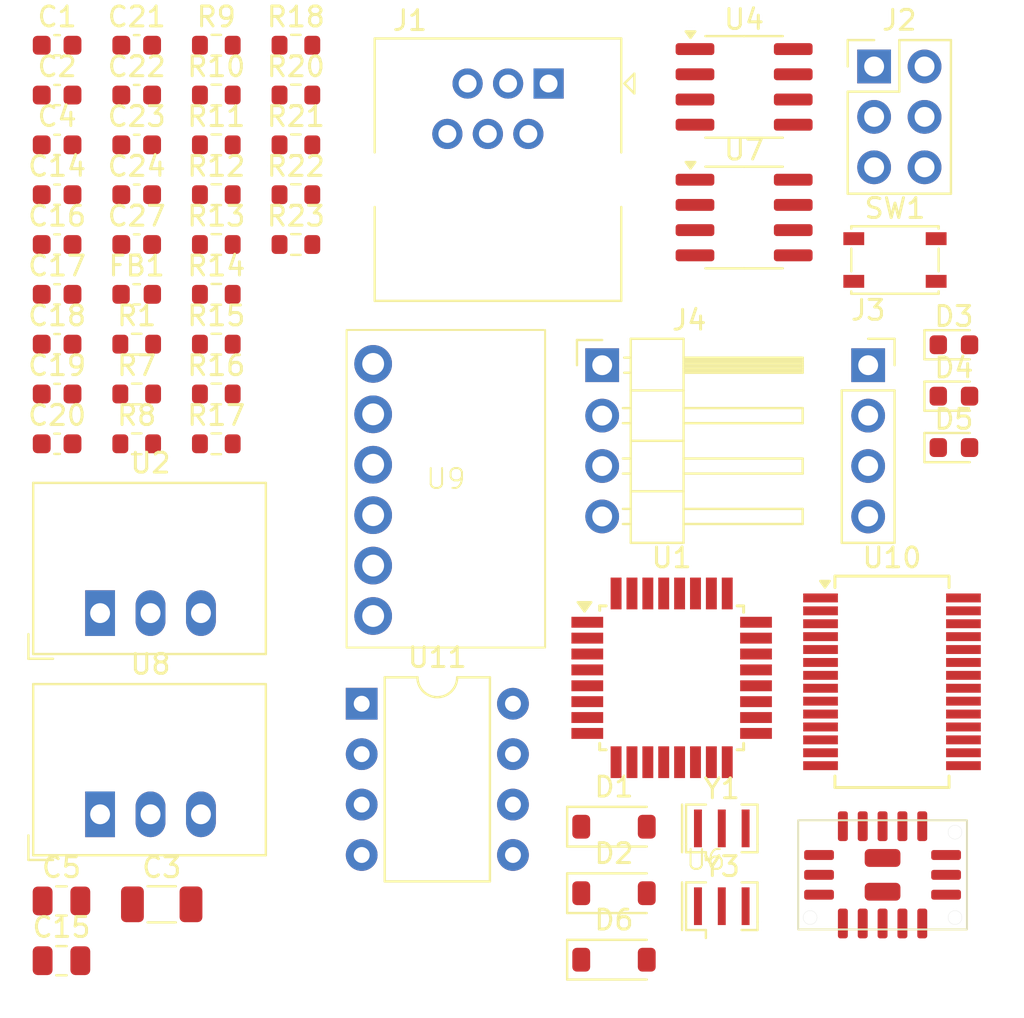
<source format=kicad_pcb>
(kicad_pcb (version 20240108) (generator "pcbnew") (generator_version "8.0")
  (layers (0 "F.Cu" signal) (31 "B.Cu" signal) (34 "B.Paste" user) (35 "F.Paste" user) (36 "B.SilkS" user "B.Silkscreen") (37 "F.SilkS" user "F.Silkscreen") (38 "B.Mask" user) (39 "F.Mask" user) (44 "Edge.Cuts" user))
  (net 0 "")
  (net 1 "Net-(U1-AREF)")
  (net 2 "GND")
  (net 3 "Net-(U1-VCC)")
  (net 4 "Net-(D1-K)")
  (net 5 "+5V")
  (net 6 "Net-(U4-VDD3V3)")
  (net 7 "GND1")
  (net 8 "Net-(U7-VDD3V3)")
  (net 9 "+3V3")
  (net 10 "Net-(U10-VDDA)")
  (net 11 "Net-(D1-A)")
  (net 12 "SCK")
  (net 13 "Net-(D3-K)")
  (net 14 "Net-(D4-K)")
  (net 15 "ERR")
  (net 16 "Net-(D5-K)")
  (net 18 "CANL")
  (net 19 "CANH")
  (net 21 "MISO")
  (net 22 "MOSI")
  (net 23 "RST")
  (net 24 "SDA1")
  (net 25 "SCL1")
  (net 26 "SCL2")
  (net 27 "SDA2")
  (net 28 "Net-(U1-~{RESET}{slash}PC6)")
  (net 29 "Net-(U10-STBY)")
  (net 30 "Net-(U10-~{RESET})")
  (net 31 "SCL0")
  (net 32 "SDA0")
  (net 38 "INT")
  (net 39 "CS")
  (net 44 "Net-(U1-XTAL2{slash}PB7)")
  (net 47 "Net-(U1-XTAL1{slash}PB6)")
  (net 61 "Net-(U10-TXD)")
  (net 69 "Net-(U10-OSC2)")
  (net 70 "Net-(U10-RXD)")
  (net 71 "Net-(U10-OSC1)")
  (footprint "Capacitor_SMD:C_0805_2012Metric" (layer "F.Cu") (at 80.335 60.785)
    (property "Reference" "C5" (at 0 -1.68 0) (layer "F.SilkS"))
    (property "Value" "1u")
    (pad "1" smd roundrect (at -0.95 0) (size 1 1.45) (layers "F.Cu" "F.Paste" "F.Mask") (net 6 "Net-(U4-VDD3V3)"))
    (pad "2" smd roundrect (at 0.95 0) (size 1 1.45) (layers "F.Cu" "F.Paste" "F.Mask") (net 2 "GND"))
  )
  (footprint "Crystal:Resonator_SMD_Murata_CSTxExxV-3Pin_3.0x1.1mm" (layer "F.Cu") (at 113.6 61.05)
    (property "Reference" "Y3" (at 0 -2 0) (layer "F.SilkS"))
    (property "Value" "16MHz")
    (pad "1" smd rect (at -1.2 0) (size 0.4 1.9) (layers "F.Cu" "F.Paste" "F.Mask") (net 71 "Net-(U10-OSC1)"))
    (pad "2" smd rect (at 0 0) (size 0.4 1.9) (layers "F.Cu" "F.Paste" "F.Mask") (net 2 "GND"))
    (pad "3" smd rect (at 1.2 0) (size 0.4 1.9) (layers "F.Cu" "F.Paste" "F.Mask") (net 69 "Net-(U10-OSC2)"))
  )
  (footprint "Converter_DCDC:Converter_DCDC_RECOM_R-78E-0.5_THT" (layer "F.Cu") (at 82.281 46.285)
    (property "Reference" "U2" (at 2.54 -7.56 0) (layer "F.SilkS"))
    (property "Value" "R-78E5.0-0.5")
    (pad "1" thru_hole rect (at 0 0) (size 1.5 2.3) (drill 1) (layers "*.Cu" "*.Mask") (net 4 "Net-(D1-K)"))
    (pad "2" thru_hole oval (at 2.54 0) (size 1.5 2.3) (drill 1) (layers "*.Cu" "*.Mask") (net 2 "GND"))
    (pad "3" thru_hole oval (at 5.08 0) (size 1.5 2.3) (drill 1) (layers "*.Cu" "*.Mask") (net 5 "+5V"))
  )
  (footprint "Capacitor_SMD:C_0603_1608Metric" (layer "F.Cu") (at 80.115 20.185)
    (property "Reference" "C2" (at 0 -1.43 0) (layer "F.SilkS"))
    (property "Value" "1u")
    (pad "1" smd roundrect (at -0.775 0) (size 0.9 0.95) (layers "F.Cu" "F.Paste" "F.Mask") (net 2 "GND"))
    (pad "2" smd roundrect (at 0.775 0) (size 0.9 0.95) (layers "F.Cu" "F.Paste" "F.Mask") (net 3 "Net-(U1-VCC)"))
  )
  (footprint "Package_SO:SOIC-8_3.9x4.9mm_P1.27mm" (layer "F.Cu") (at 114.725 26.355)
    (property "Reference" "U7" (at 0 -3.4 0) (layer "F.SilkS"))
    (property "Value" "SLIP")
    (pad "1" smd roundrect (at -2.475 -1.905) (size 1.95 0.6) (layers "F.Cu" "F.Paste" "F.Mask") (net 5 "+5V"))
    (pad "2" smd roundrect (at -2.475 -0.635) (size 1.95 0.6) (layers "F.Cu" "F.Paste" "F.Mask") (net 8 "Net-(U7-VDD3V3)"))
    (pad "3" smd roundrect (at -2.475 0.635) (size 1.95 0.6) (layers "F.Cu" "F.Paste" "F.Mask"))
    (pad "4" smd roundrect (at -2.475 1.905) (size 1.95 0.6) (layers "F.Cu" "F.Paste" "F.Mask") (net 7 "GND1"))
    (pad "5" smd roundrect (at 2.475 1.905) (size 1.95 0.6) (layers "F.Cu" "F.Paste" "F.Mask") (net 7 "GND1"))
    (pad "6" smd roundrect (at 2.475 0.635) (size 1.95 0.6) (layers "F.Cu" "F.Paste" "F.Mask") (net 27 "SDA2"))
    (pad "7" smd roundrect (at 2.475 -0.635) (size 1.95 0.6) (layers "F.Cu" "F.Paste" "F.Mask") (net 26 "SCL2"))
    (pad "8" smd roundrect (at 2.475 -1.905) (size 1.95 0.6) (layers "F.Cu" "F.Paste" "F.Mask") (net 7 "GND1"))
  )
  (footprint "Capacitor_SMD:C_0603_1608Metric" (layer "F.Cu") (at 80.115 30.225)
    (property "Reference" "C17" (at 0 -1.43 0) (layer "F.SilkS"))
    (property "Value" "1u")
    (pad "1" smd roundrect (at -0.775 0) (size 0.9 0.95) (layers "F.Cu" "F.Paste" "F.Mask") (net 2 "GND"))
    (pad "2" smd roundrect (at 0.775 0) (size 0.9 0.95) (layers "F.Cu" "F.Paste" "F.Mask") (net 5 "+5V"))
  )
  (footprint "Connector_PinHeader_2.54mm:PinHeader_1x04_P2.54mm_Horizontal" (layer "F.Cu") (at 107.575 33.795)
    (property "Reference" "J4" (at 4.385 -2.27 0) (layer "F.SilkS"))
    (property "Value" "Conn_01x04_Pin")
    (pad "1" thru_hole rect (at 0 0) (size 1.7 1.7) (drill 1) (layers "*.Cu" "*.Mask") (net 2 "GND"))
    (pad "2" thru_hole oval (at 0 2.54) (size 1.7 1.7) (drill 1) (layers "*.Cu" "*.Mask") (net 26 "SCL2"))
    (pad "3" thru_hole oval (at 0 5.08) (size 1.7 1.7) (drill 1) (layers "*.Cu" "*.Mask") (net 27 "SDA2"))
    (pad "4" thru_hole oval (at 0 7.62) (size 1.7 1.7) (drill 1) (layers "*.Cu" "*.Mask") (net 5 "+5V"))
  )
  (footprint "Resistor_SMD:R_0603_1608Metric" (layer "F.Cu") (at 92.145 27.715)
    (property "Reference" "R23" (at 0 -1.43 0) (layer "F.SilkS"))
    (property "Value" "4.7k")
    (pad "1" smd roundrect (at -0.825 0) (size 0.8 0.95) (layers "F.Cu" "F.Paste" "F.Mask") (net 9 "+3V3"))
    (pad "2" smd roundrect (at 0.825 0) (size 0.8 0.95) (layers "F.Cu" "F.Paste" "F.Mask") (net 27 "SDA2"))
  )
  (footprint "KUBTSS:BME280" (layer "F.Cu") (at 99.7 40.02)
    (property "Reference" "U9" (at 0 -0.5 0) (layer "F.SilkS") (effects (font (thickness 0.1))))
    (property "Value" "BME280")
    (pad "1" thru_hole circle (at -3.663 -6.29) (size 1.9 1.9) (drill 1.1) (layers "*.Cu" "*.Mask") (net 9 "+3V3"))
    (pad "2" thru_hole circle (at -3.663 -3.75) (size 1.9 1.9) (drill 1.1) (layers "*.Cu" "*.Mask") (net 2 "GND"))
    (pad "3" thru_hole circle (at -3.663 -1.21) (size 1.9 1.9) (drill 1.1) (layers "*.Cu" "*.Mask") (net 9 "+3V3"))
    (pad "4" thru_hole circle (at -3.663 1.33) (size 1.9 1.9) (drill 1.1) (layers "*.Cu" "*.Mask") (net 27 "SDA2"))
    (pad "5" thru_hole circle (at -3.663 3.87) (size 1.9 1.9) (drill 1.1) (layers "*.Cu" "*.Mask") (net 2 "GND"))
    (pad "6" thru_hole circle (at -3.663 6.41) (size 1.9 1.9) (drill 1.1) (layers "*.Cu" "*.Mask") (net 26 "SCL2"))
  )
  (footprint "Connector_RJ:RJ25_Wayconn_MJEA-660X1_Horizontal" (layer "F.Cu") (at 104.875 19.605)
    (property "Reference" "J1" (at -6.985 -3.175 0) (layer "F.SilkS"))
    (property "Value" "RJ25")
    (pad "" np_thru_hole circle (at -8.55 4.84) (size 2.3 2.3) (drill 2.3) (layers "*.Cu" "*.Mask"))
    (pad "" np_thru_hole circle (at 3.45 4.84) (size 2.3 2.3) (drill 2.3) (layers "*.Cu" "*.Mask"))
    (pad "1" thru_hole rect (at 0 0) (size 1.52 1.52) (drill 0.9) (layers "*.Cu" "*.Mask"))
    (pad "2" thru_hole circle (at -1.02 2.54) (size 1.52 1.52) (drill 0.9) (layers "*.Cu" "*.Mask") (net 2 "GND"))
    (pad "3" thru_hole circle (at -2.04 0) (size 1.52 1.52) (drill 0.9) (layers "*.Cu" "*.Mask") (net 18 "CANL"))
    (pad "4" thru_hole circle (at -3.06 2.54) (size 1.52 1.52) (drill 0.9) (layers "*.Cu" "*.Mask") (net 19 "CANH"))
    (pad "5" thru_hole circle (at -4.08 0) (size 1.52 1.52) (drill 0.9) (layers "*.Cu" "*.Mask") (net 11 "Net-(D1-A)"))
    (pad "6" thru_hole circle (at -5.1 2.54) (size 1.52 1.52) (drill 0.9) (layers "*.Cu" "*.Mask"))
  )
  (footprint "Resistor_SMD:R_0603_1608Metric" (layer "F.Cu") (at 84.125 32.735)
    (property "Reference" "R1" (at 0 -1.43 0) (layer "F.SilkS"))
    (property "Value" "10k")
    (pad "1" smd roundrect (at -0.825 0) (size 0.8 0.95) (layers "F.Cu" "F.Paste" "F.Mask") (net 5 "+5V"))
    (pad "2" smd roundrect (at 0.825 0) (size 0.8 0.95) (layers "F.Cu" "F.Paste" "F.Mask") (net 23 "RST"))
  )
  (footprint "Capacitor_SMD:C_0603_1608Metric" (layer "F.Cu") (at 80.115 37.755)
    (property "Reference" "C20" (at 0 -1.43 0) (layer "F.SilkS"))
    (property "Value" "0.1u")
    (pad "1" smd roundrect (at -0.775 0) (size 0.9 0.95) (layers "F.Cu" "F.Paste" "F.Mask") (net 5 "+5V"))
    (pad "2" smd roundrect (at 0.775 0) (size 0.9 0.95) (layers "F.Cu" "F.Paste" "F.Mask") (net 2 "GND"))
  )
  (footprint "Capacitor_SMD:C_0603_1608Metric" (layer "F.Cu") (at 80.115 35.245)
    (property "Reference" "C19" (at 0 -1.43 0) (layer "F.SilkS"))
    (property "Value" "1u")
    (pad "1" smd roundrect (at -0.775 0) (size 0.9 0.95) (layers "F.Cu" "F.Paste" "F.Mask") (net 5 "+5V"))
    (pad "2" smd roundrect (at 0.775 0) (size 0.9 0.95) (layers "F.Cu" "F.Paste" "F.Mask") (net 2 "GND"))
  )
  (footprint "LED_SMD:LED_0603_1608Metric" (layer "F.Cu") (at 125.295 37.945)
    (property "Reference" "D5" (at 0 -1.43 0) (layer "F.SilkS"))
    (property "Value" "ERR")
    (pad "1" smd roundrect (at -0.7875 0) (size 0.875 0.95) (layers "F.Cu" "F.Paste" "F.Mask") (net 16 "Net-(D5-K)"))
    (pad "2" smd roundrect (at 0.7875 0) (size 0.875 0.95) (layers "F.Cu" "F.Paste" "F.Mask") (net 15 "ERR"))
  )
  (footprint "Diode_SMD:D_SOD-123" (layer "F.Cu") (at 108.17 57.045)
    (property "Reference" "D1" (at 0 -2 0) (layer "F.SilkS"))
    (property "Value" "RB160M")
    (pad "1" smd roundrect (at -1.65 0) (size 0.9 1.2) (layers "F.Cu" "F.Paste" "F.Mask") (net 4 "Net-(D1-K)"))
    (pad "2" smd roundrect (at 1.65 0) (size 0.9 1.2) (layers "F.Cu" "F.Paste" "F.Mask") (net 11 "Net-(D1-A)"))
  )
  (footprint "Package_SO:SSOP-28_5.3x10.2mm_P0.65mm" (layer "F.Cu") (at 122.175 49.745)
    (property "Reference" "U10" (at 0 -6.25 0) (layer "F.SilkS"))
    (property "Value" "MCP25625-x-SS")
    (pad "1" smd rect (at -3.6 -4.225) (size 1.75 0.45) (layers "F.Cu" "F.Paste" "F.Mask") (net 9 "+3V3"))
    (pad "2" smd rect (at -3.6 -3.575) (size 1.75 0.45) (layers "F.Cu" "F.Paste" "F.Mask"))
    (pad "3" smd rect (at -3.6 -2.925) (size 1.75 0.45) (layers "F.Cu" "F.Paste" "F.Mask") (net 18 "CANL"))
    (pad "4" smd rect (at -3.6 -2.275) (size 1.75 0.45) (layers "F.Cu" "F.Paste" "F.Mask") (net 19 "CANH"))
    (pad "5" smd rect (at -3.6 -1.625) (size 1.75 0.45) (layers "F.Cu" "F.Paste" "F.Mask") (net 29 "Net-(U10-STBY)"))
    (pad "6" smd rect (at -3.6 -0.975) (size 1.75 0.45) (layers "F.Cu" "F.Paste" "F.Mask"))
    (pad "7" smd rect (at -3.6 -0.325) (size 1.75 0.45) (layers "F.Cu" "F.Paste" "F.Mask"))
    (pad "8" smd rect (at -3.6 0.325) (size 1.75 0.45) (layers "F.Cu" "F.Paste" "F.Mask") (net 69 "Net-(U10-OSC2)"))
    (pad "9" smd rect (at -3.6 0.975) (size 1.75 0.45) (layers "F.Cu" "F.Paste" "F.Mask") (net 71 "Net-(U10-OSC1)"))
    (pad "10" smd rect (at -3.6 1.625) (size 1.75 0.45) (layers "F.Cu" "F.Paste" "F.Mask") (net 2 "GND"))
    (pad "11" smd rect (at -3.6 2.275) (size 1.75 0.45) (layers "F.Cu" "F.Paste" "F.Mask"))
    (pad "12" smd rect (at -3.6 2.925) (size 1.75 0.45) (layers "F.Cu" "F.Paste" "F.Mask"))
    (pad "13" smd rect (at -3.6 3.575) (size 1.75 0.45) (layers "F.Cu" "F.Paste" "F.Mask") (net 38 "INT"))
    (pad "14" smd rect (at -3.6 4.225) (size 1.75 0.45) (layers "F.Cu" "F.Paste" "F.Mask") (net 12 "SCK"))
    (pad "15" smd rect (at 3.6 4.225) (size 1.75 0.45) (layers "F.Cu" "F.Paste" "F.Mask") (net 22 "MOSI"))
    (pad "16" smd rect (at 3.6 3.575) (size 1.75 0.45) (layers "F.Cu" "F.Paste" "F.Mask") (net 21 "MISO"))
    (pad "17" smd rect (at 3.6 2.925) (size 1.75 0.45) (layers "F.Cu" "F.Paste" "F.Mask") (net 39 "CS"))
    (pad "18" smd rect (at 3.6 2.275) (size 1.75 0.45) (layers "F.Cu" "F.Paste" "F.Mask") (net 30 "Net-(U10-~{RESET})"))
    (pad "19" smd rect (at 3.6 1.625) (size 1.75 0.45) (layers "F.Cu" "F.Paste" "F.Mask") (net 5 "+5V"))
    (pad "20" smd rect (at 3.6 0.975) (size 1.75 0.45) (layers "F.Cu" "F.Paste" "F.Mask") (net 61 "Net-(U10-TXD)"))
    (pad "21" smd rect (at 3.6 0.325) (size 1.75 0.45) (layers "F.Cu" "F.Paste" "F.Mask") (net 70 "Net-(U10-RXD)"))
    (pad "22" smd rect (at 3.6 -0.325) (size 1.75 0.45) (layers "F.Cu" "F.Paste" "F.Mask"))
    (pad "23" smd rect (at 3.6 -0.975) (size 1.75 0.45) (layers "F.Cu" "F.Paste" "F.Mask"))
    (pad "24" smd rect (at 3.6 -1.625) (size 1.75 0.45) (layers "F.Cu" "F.Paste" "F.Mask") (net 61 "Net-(U10-TXD)"))
    (pad "25" smd rect (at 3.6 -2.275) (size 1.75 0.45) (layers "F.Cu" "F.Paste" "F.Mask"))
    (pad "26" smd rect (at 3.6 -2.925) (size 1.75 0.45) (layers "F.Cu" "F.Paste" "F.Mask"))
    (pad "27" smd rect (at 3.6 -3.575) (size 1.75 0.45) (layers "F.Cu" "F.Paste" "F.Mask") (net 10 "Net-(U10-VDDA)"))
    (pad "28" smd rect (at 3.6 -4.225) (size 1.75 0.45) (layers "F.Cu" "F.Paste" "F.Mask") (net 70 "Net-(U10-RXD)"))
  )
  (footprint "Resistor_SMD:R_0603_1608Metric" (layer "F.Cu") (at 88.135 17.675)
    (property "Reference" "R9" (at 0 -1.43 0) (layer "F.SilkS"))
    (property "Value" "120")
    (pad "1" smd roundrect (at -0.825 0) (size 0.8 0.95) (layers "F.Cu" "F.Paste" "F.Mask") (net 19 "CANH"))
    (pad "2" smd roundrect (at 0.825 0) (size 0.8 0.95) (layers "F.Cu" "F.Paste" "F.Mask") (net 18 "CANL"))
  )
  (footprint "Capacitor_SMD:C_0603_1608Metric" (layer "F.Cu") (at 80.115 25.205)
    (property "Reference" "C14" (at 0 -1.43 0) (layer "F.SilkS"))
    (property "Value" "0.1u")
    (pad "1" smd roundrect (at -0.775 0) (size 0.9 0.95) (layers "F.Cu" "F.Paste" "F.Mask") (net 5 "+5V"))
    (pad "2" smd roundrect (at 0.775 0) (size 0.9 0.95) (layers "F.Cu" "F.Paste" "F.Mask") (net 7 "GND1"))
  )
  (footprint "Resistor_SMD:R_0603_1608Metric" (layer "F.Cu") (at 88.135 22.695)
    (property "Reference" "R11" (at 0 -1.43 0) (layer "F.SilkS"))
    (property "Value" "4.7k")
    (pad "1" smd roundrect (at -0.825 0) (size 0.8 0.95) (layers "F.Cu" "F.Paste" "F.Mask") (net 5 "+5V"))
    (pad "2" smd roundrect (at 0.825 0) (size 0.8 0.95) (layers "F.Cu" "F.Paste" "F.Mask") (net 27 "SDA2"))
  )
  (footprint "Capacitor_SMD:C_0603_1608Metric" (layer "F.Cu") (at 80.115 17.675)
    (property "Reference" "C1" (at 0 -1.43 0) (layer "F.SilkS"))
    (property "Value" "0.1u")
    (pad "1" smd roundrect (at -0.775 0) (size 0.9 0.95) (layers "F.Cu" "F.Paste" "F.Mask") (net 1 "Net-(U1-AREF)"))
    (pad "2" smd roundrect (at 0.775 0) (size 0.9 0.95) (layers "F.Cu" "F.Paste" "F.Mask") (net 2 "GND"))
  )
  (footprint "LED_SMD:LED_0603_1608Metric" (layer "F.Cu") (at 125.295 32.765)
    (property "Reference" "D3" (at 0 -1.43 0) (layer "F.SilkS"))
    (property "Value" "CLK")
    (pad "1" smd roundrect (at -0.7875 0) (size 0.875 0.95) (layers "F.Cu" "F.Paste" "F.Mask") (net 13 "Net-(D3-K)"))
    (pad "2" smd roundrect (at 0.7875 0) (size 0.875 0.95) (layers "F.Cu" "F.Paste" "F.Mask") (net 12 "SCK"))
  )
  (footprint "Resistor_SMD:R_0603_1608Metric" (layer "F.Cu") (at 92.145 25.205)
    (property "Reference" "R22" (at 0 -1.43 0) (layer "F.SilkS"))
    (property "Value" "4.7k")
    (pad "1" smd roundrect (at -0.825 0) (size 0.8 0.95) (layers "F.Cu" "F.Paste" "F.Mask") (net 9 "+3V3"))
    (pad "2" smd roundrect (at 0.825 0) (size 0.8 0.95) (layers "F.Cu" "F.Paste" "F.Mask") (net 26 "SCL2"))
  )
  (footprint "Diode_SMD:D_SOD-123" (layer "F.Cu") (at 108.17 60.395)
    (property "Reference" "D2" (at 0 -2 0) (layer "F.SilkS"))
    (property "Value" "RB160M")
    (pad "1" smd roundrect (at -1.65 0) (size 0.9 1.2) (layers "F.Cu" "F.Paste" "F.Mask") (net 4 "Net-(D1-K)"))
    (pad "2" smd roundrect (at 1.65 0) (size 0.9 1.2) (layers "F.Cu" "F.Paste" "F.Mask") (net 5 "+5V"))
  )
  (footprint "Resistor_SMD:R_0603_1608Metric" (layer "F.Cu") (at 92.145 22.695)
    (property "Reference" "R21" (at 0 -1.43 0) (layer "F.SilkS"))
    (property "Value" "4.7k")
    (pad "1" smd roundrect (at -0.825 0) (size 0.8 0.95) (layers "F.Cu" "F.Paste" "F.Mask") (net 5 "+5V"))
    (pad "2" smd roundrect (at 0.825 0) (size 0.8 0.95) (layers "F.Cu" "F.Paste" "F.Mask") (net 32 "SDA0"))
  )
  (footprint "Capacitor_SMD:C_0603_1608Metric" (layer "F.Cu") (at 84.125 27.715)
    (property "Reference" "C27" (at 0 -1.43 0) (layer "F.SilkS"))
    (property "Value" "100n")
    (pad "1" smd roundrect (at -0.775 0) (size 0.9 0.95) (layers "F.Cu" "F.Paste" "F.Mask") (net 2 "GND"))
    (pad "2" smd roundrect (at 0.775 0) (size 0.9 0.95) (layers "F.Cu" "F.Paste" "F.Mask") (net 5 "+5V"))
  )
  (footprint "Capacitor_SMD:C_0603_1608Metric" (layer "F.Cu") (at 84.125 17.675)
    (property "Reference" "C21" (at 0 -1.43 0) (layer "F.SilkS"))
    (property "Value" "1u")
    (pad "1" smd roundrect (at -0.775 0) (size 0.9 0.95) (layers "F.Cu" "F.Paste" "F.Mask") (net 9 "+3V3"))
    (pad "2" smd roundrect (at 0.775 0) (size 0.9 0.95) (layers "F.Cu" "F.Paste" "F.Mask") (net 2 "GND"))
  )
  (footprint "Capacitor_SMD:C_0603_1608Metric" (layer "F.Cu") (at 80.115 22.695)
    (property "Reference" "C4" (at 0 -1.43 0) (layer "F.SilkS"))
    (property "Value" "0.1u")
    (pad "1" smd roundrect (at -0.775 0) (size 0.9 0.95) (layers "F.Cu" "F.Paste" "F.Mask") (net 5 "+5V"))
    (pad "2" smd roundrect (at 0.775 0) (size 0.9 0.95) (layers "F.Cu" "F.Paste" "F.Mask") (net 2 "GND"))
  )
  (footprint "Package_QFP:TQFP-32_7x7mm_P0.8mm" (layer "F.Cu") (at 111.075 49.545)
    (property "Reference" "U1" (at 0 -6.05 0) (layer "F.SilkS"))
    (property "Value" "ATmega328PB-A")
    (pad "1" smd rect (at -4.25 -2.8) (size 1.6 0.55) (layers "F.Cu" "F.Paste" "F.Mask") (net 38 "INT"))
    (pad "2" smd rect (at -4.25 -2) (size 1.6 0.55) (layers "F.Cu" "F.Paste" "F.Mask"))
    (pad "3" smd rect (at -4.25 -1.2) (size 1.6 0.55) (layers "F.Cu" "F.Paste" "F.Mask") (net 24 "SDA1"))
    (pad "4" smd rect (at -4.25 -0.4) (size 1.6 0.55) (layers "F.Cu" "F.Paste" "F.Mask") (net 3 "Net-(U1-VCC)"))
    (pad "5" smd rect (at -4.25 0.4) (size 1.6 0.55) (layers "F.Cu" "F.Paste" "F.Mask") (net 2 "GND"))
    (pad "6" smd rect (at -4.25 1.2) (size 1.6 0.55) (layers "F.Cu" "F.Paste" "F.Mask") (net 25 "SCL1"))
    (pad "7" smd rect (at -4.25 2) (size 1.6 0.55) (layers "F.Cu" "F.Paste" "F.Mask") (net 47 "Net-(U1-XTAL1{slash}PB6)"))
    (pad "8" smd rect (at -4.25 2.8) (size 1.6 0.55) (layers "F.Cu" "F.Paste" "F.Mask") (net 44 "Net-(U1-XTAL2{slash}PB7)"))
    (pad "9" smd rect (at -2.8 4.25 90) (size 1.6 0.55) (layers "F.Cu" "F.Paste" "F.Mask"))
    (pad "10" smd rect (at -2 4.25 90) (size 1.6 0.55) (layers "F.Cu" "F.Paste" "F.Mask"))
    (pad "11" smd rect (at -1.2 4.25 90) (size 1.6 0.55) (layers "F.Cu" "F.Paste" "F.Mask") (net 15 "ERR"))
    (pad "12" smd rect (at -0.4 4.25 90) (size 1.6 0.55) (layers "F.Cu" "F.Paste" "F.Mask"))
    (pad "13" smd rect (at 0.4 4.25 90) (size 1.6 0.55) (layers "F.Cu" "F.Paste" "F.Mask"))
    (pad "14" smd rect (at 1.2 4.25 90) (size 1.6 0.55) (layers "F.Cu" "F.Paste" "F.Mask") (net 39 "CS"))
    (pad "15" smd rect (at 2 4.25 90) (size 1.6 0.55) (layers "F.Cu" "F.Paste" "F.Mask") (net 22 "MOSI"))
    (pad "16" smd rect (at 2.8 4.25 90) (size 1.6 0.55) (layers "F.Cu" "F.Paste" "F.Mask") (net 21 "MISO"))
    (pad "17" smd rect (at 4.25 2.8) (size 1.6 0.55) (layers "F.Cu" "F.Paste" "F.Mask") (net 12 "SCK"))
    (pad "18" smd rect (at 4.25 2) (size 1.6 0.55) (layers "F.Cu" "F.Paste" "F.Mask") (net 5 "+5V"))
    (pad "19" smd rect (at 4.25 1.2) (size 1.6 0.55) (layers "F.Cu" "F.Paste" "F.Mask"))
    (pad "20" smd rect (at 4.25 0.4) (size 1.6 0.55) (layers "F.Cu" "F.Paste" "F.Mask") (net 1 "Net-(U1-AREF)"))
    (pad "21" smd rect (at 4.25 -0.4) (size 1.6 0.55) (layers "F.Cu" "F.Paste" "F.Mask") (net 2 "GND"))
    (pad "22" smd rect (at 4.25 -1.2) (size 1.6 0.55) (layers "F.Cu" "F.Paste" "F.Mask"))
    (pad "23" smd rect (at 4.25 -2) (size 1.6 0.55) (layers "F.Cu" "F.Paste" "F.Mask"))
    (pad "24" smd rect (at 4.25 -2.8) (size 1.6 0.55) (layers "F.Cu" "F.Paste" "F.Mask"))
    (pad "25" smd rect (at 2.8 -4.25 90) (size 1.6 0.55) (layers "F.Cu" "F.Paste" "F.Mask"))
    (pad "26" smd rect (at 2 -4.25 90) (size 1.6 0.55) (layers "F.Cu" "F.Paste" "F.Mask"))
    (pad "27" smd rect (at 1.2 -4.25 90) (size 1.6 0.55) (layers "F.Cu" "F.Paste" "F.Mask") (net 32 "SDA0"))
    (pad "28" smd rect (at 0.4 -4.25 90) (size 1.6 0.55) (layers "F.Cu" "F.Paste" "F.Mask") (net 31 "SCL0"))
    (pad "29" smd rect (at -0.4 -4.25 90) (size 1.6 0.55) (layers "F.Cu" "F.Paste" "F.Mask") (net 28 "Net-(U1-~{RESET}{slash}PC6)"))
    (pad "30" smd rect (at -1.2 -4.25 90) (size 1.6 0.55) (layers "F.Cu" "F.Paste" "F.Mask"))
    (pad "31" smd rect (at -2 -4.25 90) (size 1.6 0.55) (layers "F.Cu" "F.Paste" "F.Mask"))
    (pad "32" smd rect (at -2.8 -4.25 90) (size 1.6 0.55) (layers "F.Cu" "F.Paste" "F.Mask"))
  )
  (footprint "Button_Switch_SMD:SW_SPST_PTS810" (layer "F.Cu") (at 122.325 28.495)
    (property "Reference" "SW1" (at 0 -2.6 0) (layer "F.SilkS"))
    (property "Value" "RST")
    (pad "1" smd rect (at -2.075 -1.075) (size 1.05 0.65) (layers "F.Cu" "F.Paste" "F.Mask") (net 2 "GND"))
    (pad "1" smd rect (at 2.075 -1.075) (size 1.05 0.65) (layers "F.Cu" "F.Paste" "F.Mask") (net 2 "GND"))
    (pad "2" smd rect (at -2.075 1.075) (size 1.05 0.65) (layers "F.Cu" "F.Paste" "F.Mask") (net 23 "RST"))
    (pad "2" smd rect (at 2.075 1.075) (size 1.05 0.65) (layers "F.Cu" "F.Paste" "F.Mask") (net 23 "RST"))
  )
  (footprint "Capacitor_SMD:C_0805_2012Metric" (layer "F.Cu") (at 80.335 63.795)
    (property "Reference" "C15" (at 0 -1.68 0) (layer "F.SilkS"))
    (property "Value" "1u")
    (pad "1" smd roundrect (at -0.95 0) (size 1 1.45) (layers "F.Cu" "F.Paste" "F.Mask") (net 8 "Net-(U7-VDD3V3)"))
    (pad "2" smd roundrect (at 0.95 0) (size 1 1.45) (layers "F.Cu" "F.Paste" "F.Mask") (net 7 "GND1"))
  )
  (footprint "Resistor_SMD:R_0603_1608Metric" (layer "F.Cu") (at 92.145 17.675)
    (property "Reference" "R18" (at 0 -1.43 0) (layer "F.SilkS"))
    (property "Value" "10k")
    (pad "1" smd roundrect (at -0.825 0) (size 0.8 0.95) (layers "F.Cu" "F.Paste" "F.Mask") (net 30 "Net-(U10-~{RESET})"))
    (pad "2" smd roundrect (at 0.825 0) (size 0.8 0.95) (layers "F.Cu" "F.Paste" "F.Mask") (net 9 "+3V3"))
  )
  (footprint "Resistor_SMD:R_0603_1608Metric" (layer "F.Cu") (at 84.125 37.755)
    (property "Reference" "R8" (at 0 -1.43 0) (layer "F.SilkS"))
    (property "Value" "1k")
    (pad "1" smd roundrect (at -0.825 0) (size 0.8 0.95) (layers "F.Cu" "F.Paste" "F.Mask") (net 14 "Net-(D4-K)"))
    (pad "2" smd roundrect (at 0.825 0) (size 0.8 0.95) (layers "F.Cu" "F.Paste" "F.Mask") (net 2 "GND"))
  )
  (footprint "Capacitor_SMD:C_0603_1608Metric" (layer "F.Cu") (at 84.125 22.695)
    (property "Reference" "C23" (at 0 -1.43 0) (layer "F.SilkS"))
    (property "Value" "10u")
    (pad "1" smd roundrect (at -0.775 0) (size 0.9 0.95) (layers "F.Cu" "F.Paste" "F.Mask") (net 10 "Net-(U10-VDDA)"))
    (pad "2" smd roundrect (at 0.775 0) (size 0.9 0.95) (layers "F.Cu" "F.Paste" "F.Mask") (net 2 "GND"))
  )
  (footprint "Diode_SMD:D_SOD-123" (layer "F.Cu") (at 108.17 63.745)
    (property "Reference" "D6" (at 0 -2 0) (layer "F.SilkS"))
    (property "Value" "RB160M")
    (pad "1" smd roundrect (at -1.65 0) (size 0.9 1.2) (layers "F.Cu" "F.Paste" "F.Mask") (net 4 "Net-(D1-K)"))
    (pad "2" smd roundrect (at 1.65 0) (size 0.9 1.2) (layers "F.Cu" "F.Paste" "F.Mask") (net 9 "+3V3"))
  )
  (footprint "Capacitor_SMD:C_0603_1608Metric" (layer "F.Cu") (at 84.125 25.205)
    (property "Reference" "C24" (at 0 -1.43 0) (layer "F.SilkS"))
    (property "Value" "0.1u")
    (pad "1" smd roundrect (at -0.775 0) (size 0.9 0.95) (layers "F.Cu" "F.Paste" "F.Mask") (net 10 "Net-(U10-VDDA)"))
    (pad "2" smd roundrect (at 0.775 0) (size 0.9 0.95) (layers "F.Cu" "F.Paste" "F.Mask") (net 2 "GND"))
  )
  (footprint "Capacitor_SMD:C_0603_1608Metric" (layer "F.Cu") (at 80.115 27.715)
    (property "Reference" "C16" (at 0 -1.43 0) (layer "F.SilkS"))
    (property "Value" "0.1u")
    (pad "1" smd roundrect (at -0.775 0) (size 0.9 0.95) (layers "F.Cu" "F.Paste" "F.Mask") (net 2 "GND"))
    (pad "2" smd roundrect (at 0.775 0) (size 0.9 0.95) (layers "F.Cu" "F.Paste" "F.Mask") (net 5 "+5V"))
  )
  (footprint "Capacitor_SMD:C_0603_1608Metric" (layer "F.Cu") (at 84.125 20.185)
    (property "Reference" "C22" (at 0 -1.43 0) (layer "F.SilkS"))
    (property "Value" "0.1u")
    (pad "1" smd roundrect (at -0.775 0) (size 0.9 0.95) (layers "F.Cu" "F.Paste" "F.Mask") (net 9 "+3V3"))
    (pad "2" smd roundrect (at 0.775 0) (size 0.9 0.95) (layers "F.Cu" "F.Paste" "F.Mask") (net 2 "GND"))
  )
  (footprint "Converter_DCDC:Converter_DCDC_RECOM_R-78E-0.5_THT" (layer "F.Cu") (at 82.281 56.42)
    (property "Reference" "U8" (at 2.54 -7.56 0) (layer "F.SilkS"))
    (property "Value" "R-78E3.3-0.5")
    (pad "1" thru_hole rect (at 0 0) (size 1.5 2.3) (drill 1) (layers "*.Cu" "*.Mask") (net 4 "Net-(D1-K)"))
    (pad "2" thru_hole oval (at 2.54 0) (size 1.5 2.3) (drill 1) (layers "*.Cu" "*.Mask") (net 2 "GND"))
    (pad "3" thru_hole oval (at 5.08 0) (size 1.5 2.3) (drill 1) (layers "*.Cu" "*.Mask") (net 9 "+3V3"))
  )
  (footprint "Capacitor_SMD:C_1206_3216Metric" (layer "F.Cu") (at 85.385 60.955)
    (property "Reference" "C3" (at 0 -1.85 0) (layer "F.SilkS"))
    (property "Value" "10u")
    (pad "1" smd roundrect (at -1.475 0) (size 1.15 1.8) (layers "F.Cu" "F.Paste" "F.Mask") (roundrect_rratio 0.217391) (net 4 "Net-(D1-K)"))
    (pad "2" smd roundrect (at 1.475 0) (size 1.15 1.8) (layers "F.Cu" "F.Paste" "F.Mask") (roundrect_rratio 0.217391) (net 2 "GND"))
  )
  (footprint "LED_SMD:LED_0603_1608Metric" (layer "F.Cu") (at 125.295 35.355)
    (property "Reference" "D4" (at 0 -1.43 0) (layer "F.SilkS"))
    (property "Value" "PWR")
    (pad "1" smd roundrect (at -0.7875 0) (size 0.875 0.95) (layers "F.Cu" "F.Paste" "F.Mask") (net 14 "Net-(D4-K)"))
    (pad "2" smd roundrect (at 0.7875 0) (size 0.875 0.95) (layers "F.Cu" "F.Paste" "F.Mask") (net 5 "+5V"))
  )
  (footprint "KUBTSS:SDP32" (layer "F.Cu") (at 121.7 59.47)
    (property "Reference" "U6" (at -8.91 -0.76 0) (layer "F.SilkS") (effects (font (thickness 0.1))))
    (property "Value" "SDP32")
    (fp_rect (start -4.25 -2.75) (end 4.25 2.75) (stroke (width 0.05)) (fill none) (layer "Edge.Cuts"))
    (fp_circle (center -3.65 2.15) (end -3.3 2.15) (stroke (width 0.01)) (fill none) (layer "Edge.Cuts"))
    (fp_circle (center 3.65 -2.15) (end 4 -2.15) (stroke (width 0.01)) (fill none) (layer "Edge.Cuts"))
    (fp_circle (center 3.65 2.15) (end 4 2.15) (stroke (width 0.01)) (fill none) (layer "Edge.Cuts"))
    (pad "" np_thru_hole circle (at -3.65 2.15) (size 0.00001 0.00001) (drill 0.73) (layers "*.Mask"))
    (pad "" np_thru_hole circle (at 3.65 -2.15) (size 0.00001 0.00001) (drill 0.73) (layers "*.Mask"))
    (pad "" np_thru_hole circle (at 3.65 2.15) (size 0.00001 0.00001) (drill 0.73) (layers "*.Mask"))
    (pad "1" smd roundrect (at -3.2 -1) (size 1.5 0.5) (layers "F.Cu" "F.Paste" "F.Mask") (net 2 "GND"))
    (pad "2" smd roundrect (at -3.2 0) (size 1.5 0.5) (layers "F.Cu" "F.Paste" "F.Mask") (net 2 "GND"))
    (pad "3" smd roundrect (at -3.2 1) (size 1.5 0.5) (layers "F.Cu" "F.Paste" "F.Mask") (net 2 "GND"))
    (pad "4" smd roundrect (at -2 2.45 270) (size 1.5 0.5) (layers "F.Cu" "F.Paste" "F.Mask"))
    (pad "5" smd roundrect (at -1 2.45 270) (size 1.5 0.5) (layers "F.Cu" "F.Paste" "F.Mask") (net 31 "SCL0"))
    (pad "6" smd roundrect (at 0 2.45 270) (size 1.5 0.5) (layers "F.Cu" "F.Paste" "F.Mask") (net 2 "GND"))
    (pad "7" smd roundrect (at 1 2.45 270) (size 1.5 0.5) (layers "F.Cu" "F.Paste" "F.Mask") (net 5 "+5V"))
    (pad "8" smd roundrect (at 2 2.45 270) (size 1.5 0.5) (layers "F.Cu" "F.Paste" "F.Mask") (net 32 "SDA0"))
    (pad "9" smd roundrect (at 3.2 1 180) (size 1.5 0.5) (layers "F.Cu" "F.Paste" "F.Mask") (net 2 "GND"))
    (pad "10" smd roundrect (at 3.2 0 180) (size 1.5 0.5) (layers "F.Cu" "F.Paste" "F.Mask") (net 2 "GND"))
    (pad "11" smd roundrect (at 3.2 -1 180) (size 1.5 0.5) (layers "F.Cu" "F.Paste" "F.Mask") (net 2 "GND"))
    (pad "12" smd roundrect (at 2 -2.45 90) (size 1.5 0.5) (layers "F.Cu" "F.Paste" "F.Mask"))
    (pad "13" smd roundrect (at 1 -2.45 90) (size 1.5 0.5) (layers "F.Cu" "F.Paste" "F.Mask"))
    (pad "14" smd roundrect (at 0 -2.45 90) (size 1.5 0.5) (layers "F.Cu" "F.Paste" "F.Mask"))
    (pad "15" smd roundrect (at -1 -2.45 90) (size 1.5 0.5) (layers "F.Cu" "F.Paste" "F.Mask"))
    (pad "16" smd roundrect (at -2 -2.45 90) (size 1.5 0.5) (layers "F.Cu" "F.Paste" "F.Mask"))
    (pad "17" smd roundrect (at 0 -0.85) (size 1.8 0.9) (layers "F.Cu" "F.Paste" "F.Mask") (net 2 "GND"))
    (pad "18" smd roundrect (at 0 0.85) (size 1.8 0.9) (layers "F.Cu" "F.Paste" "F.Mask") (net 2 "GND"))
  )
  (footprint "Package_SO:SOIC-8_3.9x4.9mm_P1.27mm" (layer "F.Cu") (at 114.725 19.775)
    (property "Reference" "U4" (at 0 -3.4 0) (layer "F.SilkS"))
    (property "Value" "SLIP")
    (pad "1" smd roundrect (at -2.475 -1.905) (size 1.95 0.6) (layers "F.Cu" "F.Paste" "F.Mask") (net 5 "+5V"))
    (pad "2" smd roundrect (at -2.475 -0.635) (size 1.95 0.6) (layers "F.Cu" "F.Paste" "F.Mask") (net 6 "Net-(U4-VDD3V3)"))
    (pad "3" smd roundrect (at -2.475 0.635) (size 1.95 0.6) (layers "F.Cu" "F.Paste" "F.Mask"))
    (pad "4" smd roundrect (at -2.475 1.905) (size 1.95 0.6) (layers "F.Cu" "F.Paste" "F.Mask") (net 2 "GND"))
    (pad "5" smd roundrect (at 2.475 1.905) (size 1.95 0.6) (layers "F.Cu" "F.Paste" "F.Mask") (net 2 "GND"))
    (pad "6" smd roundrect (at 2.475 0.635) (size 1.95 0.6) (layers "F.Cu" "F.Paste" "F.Mask") (net 32 "SDA0"))
    (pad "7" smd roundrect (at 2.475 -0.635) (size 1.95 0.6) (layers "F.Cu" "F.Paste" "F.Mask") (net 31 "SCL0"))
    (pad "8" smd roundrect (at 2.475 -1.905) (size 1.95 0.6) (layers "F.Cu" "F.Paste" "F.Mask") (net 2 "GND"))
  )
  (footprint "Resistor_SMD:R_0603_1608Metric" (layer "F.Cu") (at 88.135 35.245)
    (property "Reference" "R16" (at 0 -1.43 0) (layer "F.SilkS"))
    (property "Value" "2.2k")
    (pad "1" smd roundrect (at -0.825 0) (size 0.8 0.95) (layers "F.Cu" "F.Paste" "F.Mask") (net 25 "SCL1"))
    (pad "2" smd roundrect (at 0.825 0) (size 0.8 0.95) (layers "F.Cu" "F.Paste" "F.Mask") (net 9 "+3V3"))
  )
  (footprint "Package_DIP:DIP-8_W7.62mm" (layer "F.Cu") (at 95.46 50.85)
    (property "Reference" "U11" (at 3.81 -2.33 0) (layer "F.SilkS"))
    (property "Value" "~")
    (pad "1" thru_hole rect (at 0 0) (size 1.6 1.6) (drill 0.8) (layers "*.Cu" "*.Mask") (net 5 "+5V"))
    (pad "2" thru_hole oval (at 0 2.54) (size 1.6 1.6) (drill 0.8) (layers "*.Cu" "*.Mask") (net 31 "SCL0"))
    (pad "3" thru_hole oval (at 0 5.08) (size 1.6 1.6) (drill 0.8) (layers "*.Cu" "*.Mask") (net 32 "SDA0"))
    (pad "4" thru_hole oval (at 0 7.62) (size 1.6 1.6) (drill 0.8) (layers "*.Cu" "*.Mask") (net 2 "GND"))
    (pad "5" thru_hole oval (at 7.62 7.62) (size 1.6 1.6) (drill 0.8) (layers "*.Cu" "*.Mask") (net 5 "+5V"))
    (pad "6" thru_hole oval (at 7.62 5.08) (size 1.6 1.6) (drill 0.8) (layers "*.Cu" "*.Mask") (net 26 "SCL2"))
    (pad "7" thru_hole oval (at 7.62 2.54) (size 1.6 1.6) (drill 0.8) (layers "*.Cu" "*.Mask") (net 27 "SDA2"))
    (pad "8" thru_hole oval (at 7.62 0) (size 1.6 1.6) (drill 0.8) (layers "*.Cu" "*.Mask") (net 9 "+3V3"))
  )
  (footprint "Connector_PinHeader_2.54mm:PinHeader_2x03_P2.54mm_Vertical" (layer "F.Cu") (at 121.275 18.745)
    (property "Reference" "J2" (at 1.27 -2.33 0) (layer "F.SilkS"))
    (property "Value" "ICSP")
    (pad "1" thru_hole rect (at 0 0) (size 1.7 1.7) (drill 1) (layers "*.Cu" "*.Mask") (net 2 "GND"))
    (pad "2" thru_hole oval (at 2.54 0) (size 1.7 1.7) (drill 1) (layers "*.Cu" "*.Mask") (net 23 "RST"))
    (pad "3" thru_hole oval (at 0 2.54) (size 1.7 1.7) (drill 1) (layers "*.Cu" "*.Mask") (net 22 "MOSI"))
    (pad "4" thru_hole oval (at 2.54 2.54) (size 1.7 1.7) (drill 1) (layers "*.Cu" "*.Mask") (net 12 "SCK"))
    (pad "5" thru_hole oval (at 0 5.08) (size 1.7 1.7) (drill 1) (layers "*.Cu" "*.Mask") (net 5 "+5V"))
    (pad "6" thru_hole oval (at 2.54 5.08) (size 1.7 1.7) (drill 1) (layers "*.Cu" "*.Mask") (net 21 "MISO"))
  )
  (footprint "Resistor_SMD:R_0603_1608Metric" (layer "F.Cu") (at 88.135 37.755)
    (property "Reference" "R17" (at 0 -1.43 0) (layer "F.SilkS"))
    (property "Value" "100k")
    (pad "1" smd roundrect (at -0.825 0) (size 0.8 0.95) (layers "F.Cu" "F.Paste" "F.Mask") (net 29 "Net-(U10-STBY)"))
    (pad "2" smd roundrect (at 0.825 0) (size 0.8 0.95) (layers "F.Cu" "F.Paste" "F.Mask") (net 2 "GND"))
  )
  (footprint "Resistor_SMD:R_0603_1608Metric" (layer "F.Cu") (at 88.135 32.735)
    (property "Reference" "R15" (at 0 -1.43 0) (layer "F.SilkS"))
    (property "Value" "2.2k")
    (pad "1" smd roundrect (at -0.825 0) (size 0.8 0.95) (layers "F.Cu" "F.Paste" "F.Mask") (net 24 "SDA1"))
    (pad "2" smd roundrect (at 0.825 0) (size 0.8 0.95) (layers "F.Cu" "F.Paste" "F.Mask") (net 9 "+3V3"))
  )
  (footprint "Crystal:Resonator_SMD_Murata_CSTxExxV-3Pin_3.0x1.1mm" (layer "F.Cu") (at 113.6 57.13)
    (property "Reference" "Y1" (at 0 -2 0) (layer "F.SilkS"))
    (property "Value" "16MHz")
    (pad "1" smd rect (at -1.2 0) (size 0.4 1.9) (layers "F.Cu" "F.Paste" "F.Mask") (net 44 "Net-(U1-XTAL2{slash}PB7)"))
    (pad "2" smd rect (at 0 0) (size 0.4 1.9) (layers "F.Cu" "F.Paste" "F.Mask") (net 2 "GND"))
    (pad "3" smd rect (at 1.2 0) (size 0.4 1.9) (layers "F.Cu" "F.Paste" "F.Mask") (net 47 "Net-(U1-XTAL1{slash}PB6)"))
  )
  (footprint "Resistor_SMD:R_0603_1608Metric" (layer "F.Cu") (at 88.135 20.185)
    (property "Reference" "R10" (at 0 -1.43 0) (layer "F.SilkS"))
    (property "Value" "1k")
    (pad "1" smd roundrect (at -0.825 0) (size 0.8 0.95) (layers "F.Cu" "F.Paste" "F.Mask") (net 16 "Net-(D5-K)"))
    (pad "2" smd roundrect (at 0.825 0) (size 0.8 0.95) (layers "F.Cu" "F.Paste" "F.Mask") (net 2 "GND"))
  )
  (footprint "Resistor_SMD:R_0603_1608Metric" (layer "F.Cu") (at 88.135 30.225)
    (property "Reference" "R14" (at 0 -1.43 0) (layer "F.SilkS"))
    (property "Value" "100")
    (pad "1" smd roundrect (at -0.825 0) (size 0.8 0.95) (layers "F.Cu" "F.Paste" "F.Mask") (net 28 "Net-(U1-~{RESET}{slash}PC6)"))
    (pad "2" smd roundrect (at 0.825 0) (size 0.8 0.95) (layers "F.Cu" "F.Paste" "F.Mask") (net 23 "RST"))
  )
  (footprint "Resistor_SMD:R_0603_1608Metric" (layer "F.Cu") (at 84.125 35.245)
    (property "Reference" "R7" (at 0 -1.43 0) (layer "F.SilkS"))
    (property "Value" "1k")
    (pad "1" smd roundrect (at -0.825 0) (size 0.8 0.95) (layers "F.Cu" "F.Paste" "F.Mask") (net 13 "Net-(D3-K)"))
    (pad "2" smd roundrect (at 0.825 0) (size 0.8 0.95) (layers "F.Cu" "F.Paste" "F.Mask") (net 2 "GND"))
  )
  (footprint "Resistor_SMD:R_0603_1608Metric" (layer "F.Cu") (at 88.135 27.715)
    (property "Reference" "R13" (at 0 -1.43 0) (layer "F.SilkS"))
    (property "Value" "10")
    (pad "1" smd roundrect (at -0.825 0) (size 0.8 0.95) (layers "F.Cu" "F.Paste" "F.Mask") (net 3 "Net-(U1-VCC)"))
    (pad "2" smd roundrect (at 0.825 0) (size 0.8 0.95) (layers "F.Cu" "F.Paste" "F.Mask") (net 5 "+5V"))
  )
  (footprint "Inductor_SMD:L_0603_1608Metric" (layer "F.Cu") (at 84.125 30.225)
    (property "Reference" "FB1" (at 0 -1.43 0) (layer "F.SilkS"))
    (property "Value" "FerriteBead_Small")
    (pad "1" smd roundrect (at -0.7875 0) (size 0.875 0.95) (layers "F.Cu" "F.Paste" "F.Mask") (net 5 "+5V"))
    (pad "2" smd roundrect (at 0.7875 0) (size 0.875 0.95) (layers "F.Cu" "F.Paste" "F.Mask") (net 10 "Net-(U10-VDDA)"))
  )
  (footprint "Resistor_SMD:R_0603_1608Metric" (layer "F.Cu") (at 88.135 25.205)
    (property "Reference" "R12" (at 0 -1.43 0) (layer "F.SilkS"))
    (property "Value" "4.7k")
    (pad "1" smd roundrect (at -0.825 0) (size 0.8 0.95) (layers "F.Cu" "F.Paste" "F.Mask") (net 5 "+5V"))
    (pad "2" smd roundrect (at 0.825 0) (size 0.8 0.95) (layers "F.Cu" "F.Paste" "F.Mask") (net 26 "SCL2"))
  )
  (footprint "Resistor_SMD:R_0603_1608Metric" (layer "F.Cu") (at 92.145 20.185)
    (property "Reference" "R20" (at 0 -1.43 0) (layer "F.SilkS"))
    (property "Value" "4.7k")
    (pad "1" smd roundrect (at -0.825 0) (size 0.8 0.95) (layers "F.Cu" "F.Paste" "F.Mask") (net 5 "+5V"))
    (pad "2" smd roundrect (at 0.825 0) (size 0.8 0.95) (layers "F.Cu" "F.Paste" "F.Mask") (net 31 "SCL0"))
  )
  (footprint "Capacitor_SMD:C_0603_1608Metric" (layer "F.Cu") (at 80.115 32.735)
    (property "Reference" "C18" (at 0 -1.43 0) (layer "F.SilkS"))
    (property "Value" "0.1u")
    (pad "1" smd roundrect (at -0.775 0) (size 0.9 0.95) (layers "F.Cu" "F.Paste" "F.Mask") (net 2 "GND"))
    (pad "2" smd roundrect (at 0.775 0) (size 0.9 0.95) (layers "F.Cu" "F.Paste" "F.Mask") (net 3 "Net-(U1-VCC)"))
  )
  (footprint "Connector_PinSocket_2.54mm:PinSocket_1x04_P2.54mm_Vertical" (layer "F.Cu") (at 120.975 33.795)
    (property "Reference" "J3" (at 0 -2.77 0) (layer "F.SilkS"))
    (property "Value" "Conn_01x04_Socket")
    (pad "1" thru_hole rect (at 0 0) (size 1.7 1.7) (drill 1) (layers "*.Cu" "*.Mask") (net 2 "GND"))
    (pad "2" thru_hole oval (at 0 2.54) (size 1.7 1.7) (drill 1) (layers "*.Cu" "*.Mask") (net 25 "SCL1"))
    (pad "3" thru_hole oval (at 0 5.08) (size 1.7 1.7) (drill 1) (layers "*.Cu" "*.Mask") (net 24 "SDA1"))
    (pad "4" thru_hole oval (at 0 7.62) (size 1.7 1.7) (drill 1) (layers "*.Cu" "*.Mask") (net 5 "+5V"))
  )
)
</source>
